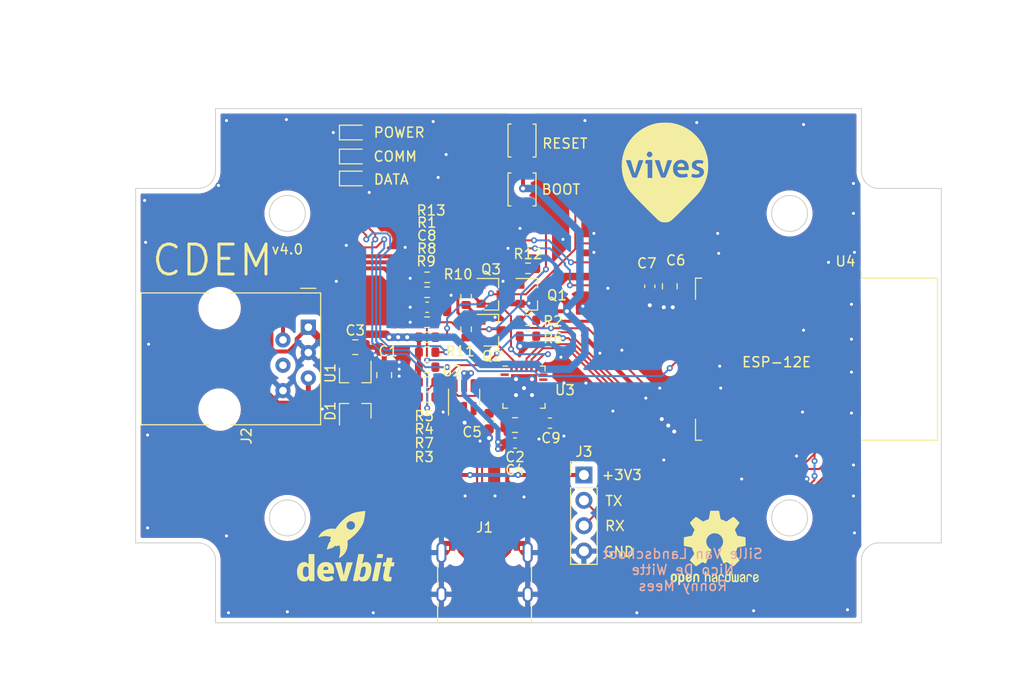
<source format=kicad_pcb>
(kicad_pcb (version 20210228) (generator pcbnew)
  (layers (0 "F.Cu" signal) (31 "B.Cu" signal) (34 "B.Paste" user) (35 "F.Paste" user) (36 "B.SilkS" user "B.Silkscreen") (37 "F.SilkS" user "F.Silkscreen") (38 "B.Mask" user) (39 "F.Mask" user) (44 "Edge.Cuts" user))
  (net 0 "")
  (net 1 "GND")
  (net 2 "Net-(C1-Pad1)")
  (net 3 "VBUS")
  (net 4 "+3V3")
  (net 5 "Net-(C5-Pad1)")
  (net 6 "/GPIO0")
  (net 7 "VCC")
  (net 8 "Net-(D3-Pad2)")
  (net 9 "Net-(D4-Pad2)")
  (net 10 "Net-(C9-Pad1)")
  (net 11 "Net-(D5-Pad2)")
  (net 12 "/LED-COMM")
  (net 15 "/USB-IN-D-")
  (net 16 "/USB-IN-D+")
  (net 19 "/SM-DATA-REQ")
  (net 21 "/SM-DATA")
  (net 22 "Net-(R3-Pad2)")
  (net 23 "Net-(R6-Pad1)")
  (net 24 "/RESET")
  (net 25 "/USB-D-")
  (net 26 "/USB-D+")
  (net 30 "/USB-TX")
  (net 31 "/USB-RX")
  (net 34 "/LED-DATA")
  (net 40 "/DTR")
  (net 44 "/SM-TX")
  (net 46 "/DATA")
  (net 50 "unconnected-(U4-Pad12)")
  (net 54 "Net-(Q2-Pad1)")
  (net 55 "/RTS")
  (net 56 "Net-(Q3-Pad1)")
  (footprint "Package_TO_SOT_SMD:SOT-23" (layer "F.Cu") (at 48.4 111 90)
    (fp_text reference "D1")
    (fp_text value "BAT54C")
  )
  (footprint "Resistor_SMD:R_0603_1608Metric" (layer "F.Cu") (at 55.6 99.1 180)
    (fp_text reference "R1")
    (fp_text value "10k")
  )
  (footprint "Package_TO_SOT_SMD:SOT-23-6" (layer "F.Cu") (at 59.3 109.6 90)
    (fp_text reference "U2")
    (fp_text value "USBLC6-2SC6")
  )
  (footprint "Resistor_SMD:R_0603_1608Metric" (layer "F.Cu") (at 55.6 106.6)
    (fp_text reference "R4")
    (fp_text value "1k")
  )
  (footprint "Package_DFN_QFN:QFN-24-1EP_4x4mm_P0.5mm_EP2.6x2.6mm" (layer "F.Cu") (at 65.3 108.6)
    (fp_text reference "U3")
    (fp_text value "CP2104")
  )
  (footprint "Capacitor_SMD:C_0603_1608Metric" (layer "F.Cu") (at 77.9 98.5 -90)
    (fp_text reference "C7")
    (fp_text value "100nF")
  )
  (footprint "Resistor_SMD:R_0603_1608Metric" (layer "F.Cu") (at 55.6 109.6)
    (fp_text reference "R3")
    (fp_text value "10k")
  )
  (footprint "Connector_USB:USB_C_Receptacle_HRO_TYPE-C-31-M-12" (layer "F.Cu") (at 61.35 128.3)
    (fp_text reference "J1")
    (fp_text value "USB_C_Receptacle_USB2.0")
  )
  (footprint "LED_SMD:LED_0603_1608Metric" (layer "F.Cu") (at 48.3 85.5)
    (fp_text reference "D4" hide)
    (fp_text value "COMM")
  )
  (footprint "LED_SMD:LED_0603_1608Metric" (layer "F.Cu") (at 48.3 83.1)
    (fp_text reference "D3" hide)
    (fp_text value "power")
  )
  (footprint "Capacitor_SMD:C_0603_1608Metric" (layer "F.Cu") (at 64.4 114.2)
    (fp_text reference "C4")
    (fp_text value "100nF")
  )
  (footprint "Connector_PinHeader_2.54mm:PinHeader_1x04_P2.54mm_Vertical" (layer "F.Cu") (at 71.3 117.4)
    (fp_text reference "J3")
    (fp_text value "Conn_01x04")
  )
  (footprint "Resistor_SMD:R_0603_1608Metric" (layer "F.Cu") (at 55.6 103.6)
    (fp_text reference "R9")
    (fp_text value "10k")
  )
  (footprint "Capacitor_SMD:C_0805_2012Metric" (layer "F.Cu") (at 51.3 107.4 90)
    (fp_text reference "C1")
    (fp_text value "10uF")
  )
  (footprint "Capacitor_SMD:C_0603_1608Metric" (layer "F.Cu") (at 55.6 100.6 180)
    (fp_text reference "C8")
    (fp_text value "100nF")
  )
  (footprint "Resistor_SMD:R_0603_1608Metric" (layer "F.Cu") (at 59.5 99.55 -90)
    (fp_text reference "R10")
    (fp_text value "10k")
  )
  (footprint "cdem:logo_devbit_8mm" (layer "F.Cu") (at 47.4 125)
    (fp_text reference "L1" hide)
    (fp_text value "logo-devbit")
  )
  (footprint "Capacitor_SMD:C_0805_2012Metric" (layer "F.Cu") (at 48.4 104.6)
    (fp_text reference "C3")
    (fp_text value "10uF")
  )
  (footprint "Resistor_SMD:R_0603_1608Metric" (layer "F.Cu") (at 55.6 108.1)
    (fp_text reference "R7")
    (fp_text value "1k")
  )
  (footprint "Resistor_SMD:R_0603_1608Metric" (layer "F.Cu") (at 65.7 96.7)
    (fp_text reference "R12")
    (fp_text value "10k")
  )
  (footprint "Capacitor_SMD:C_0603_1608Metric_Pad1.05x0.95mm_HandSolder" (layer "F.Cu") (at 67.9 112.2 180)
    (fp_text reference "C9")
    (fp_text value "4.7uF")
  )
  (footprint "Capacitor_SMD:C_0603_1608Metric" (layer "F.Cu") (at 61.8 112 -90)
    (fp_text reference "C5")
    (fp_text value "1uF")
  )
  (footprint "Resistor_SMD:R_0603_1608Metric" (layer "F.Cu") (at 65.7 101.9 180)
    (fp_text reference "R2")
    (fp_text value "10k")
  )
  (footprint "Capacitor_SMD:C_0805_2012Metric" (layer "F.Cu") (at 79.9 98.5 -90)
    (fp_text reference "C6")
    (fp_text value "10uF")
  )
  (footprint "LED_SMD:LED_0603_1608Metric" (layer "F.Cu") (at 48.3 87.7)
    (fp_text reference "D5" hide)
    (fp_text value "DATA")
  )
  (footprint "Resistor_SMD:R_0603_1608Metric" (layer "F.Cu") (at 55.6 105.1)
    (fp_text reference "R5")
    (fp_text value "1k")
  )
  (footprint "Package_TO_SOT_SMD:SOT-23" (layer "F.Cu") (at 65.9 99.3)
    (fp_text reference "Q1")
    (fp_text value "2N7002")
  )
  (footprint "Package_TO_SOT_SMD:SOT-23" (layer "F.Cu") (at 48.4 107.4 -90)
    (fp_text reference "U1")
    (fp_text value "MCP1700-3302E_SOT23")
  )
  (footprint "Package_TO_SOT_SMD:SOT-23" (layer "F.Cu") (at 62 102.9)
    (fp_text reference "Q2")
    (fp_text value "S8050")
  )
  (footprint "RF_Module:ESP-12E" (layer "F.Cu") (at 94.6 105.8 -90)
    (fp_text reference "U4")
    (fp_text value "ESP-12E")
  )
  (footprint "Package_TO_SOT_SMD:SOT-23" (layer "F.Cu") (at 62 99.3)
    (fp_text reference "Q3")
    (fp_text value "S8050")
  )
  (footprint "Capacitor_SMD:C_0805_2012Metric" (layer "F.Cu") (at 64.4 112.4)
    (fp_text reference "C2")
    (fp_text value "10uF")
  )
  (footprint "Button_Switch_SMD:SW_SPST_B3U-1000P" (layer "F.Cu") (at 65.1 83.9 -90)
    (fp_text reference "SW2" hide)
    (fp_text value "RESET")
  )
  (footprint "Symbol:OSHW-Logo2_9.8x8mm_SilkScreen" (layer "F.Cu") (at 84.4 124.7)
    (fp_text reference "REF**" hide)
    (fp_text value "OSHW-Logo2_9.8x8mm_SilkScreen" hide)
  )
  (footprint "Resistor_SMD:R_0603_1608Metric" (layer "F.Cu") (at 65.7 103.5 180)
    (fp_text reference "R6")
    (fp_text value "10k")
  )
  (footprint "Button_Switch_SMD:SW_SPST_B3U-1000P" (layer "F.Cu") (at 65.1 88.8 -90)
    (fp_text reference "SW1" hide)
    (fp_text value "BTN")
  )
  (footprint "Resistor_SMD:R_0603_1608Metric" (layer "F.Cu") (at 55.6 102.1 180)
    (fp_text reference "R8")
    (fp_text value "10k")
  )
  (footprint "cdem:logo_vives_10mm" (layer "F.Cu") (at 79.5 87)
    (fp_text reference "L2" hide)
    (fp_text value "logo-vives" hide)
  )
  (footprint "Connector_RJ:RJ12_Amphenol_54601" (layer "F.Cu") (at 43.7 102.6 -90)
    (fp_text reference "J2")
    (fp_text value "6P6C")
  )
  (footprint "Resistor_SMD:R_0603_1608Metric" (layer "F.Cu") (at 59.5 102.8 90)
    (fp_text reference "R11")
    (fp_text value "10k")
  )
  (footprint "Resistor_SMD:R_0603_1608Metric" (layer "F.Cu") (at 55.6 97.6 180)
    (fp_text reference "R13")
    (fp_text value "1M")
  )
  (gr_line (start 99.1 125.95) (end 99.1 132.2) (layer "Edge.Cuts") (width 0.1))
  (gr_circle (center 41.6 91.2) (end 43.4 91.2) (layer "Edge.Cuts") (width 0.1) (fill none))
  (gr_circle (center 41.6 121.7) (end 43.4 121.7) (layer "Edge.Cuts") (width 0.1) (fill none))
  (gr_arc (start 32.65 125.95) (end 34.4 125.95) (angle -90) (layer "Edge.Cuts") (width 0.1))
  (gr_line (start 99.1 132.2) (end 34.4 132.2) (layer "Edge.Cuts") (width 0.1))
  (gr_line (start 107.1 88.7) (end 107.1 124.2) (layer "Edge.Cuts") (width 0.1))
  (gr_line (start 34.4 132.2) (end 34.4 125.95) (layer "Edge.Cuts") (width 0.1))
  (gr_arc (start 100.85 125.95) (end 100.85 124.2) (angle -90) (layer "Edge.Cuts") (width 0.1))
  (gr_line (start 99.1 80.7) (end 99.1 86.95) (layer "Edge.Cuts") (width 0.1))
  (gr_line (start 26.4 88.7) (end 32.65 88.7) (layer "Edge.Cuts") (width 0.1))
  (gr_line (start 34.4 86.95) (end 34.4 80.7) (layer "Edge.Cuts") (width 0.1))
  (gr_arc (start 100.85 86.95) (end 99.1 86.95) (angle -90) (layer "Edge.Cuts") (width 0.1))
  (gr_line (start 34.4 80.7) (end 99.1 80.7) (layer "Edge.Cuts") (width 0.1))
  (gr_arc (start 32.65 86.95) (end 32.65 88.7) (angle -90) (layer "Edge.Cuts") (width 0.1))
  (gr_circle (center 91.9 91.2) (end 93.7 91.2) (layer "Edge.Cuts") (width 0.1) (fill none))
  (gr_line (start 100.85 88.7) (end 107.1 88.7) (layer "Edge.Cuts") (width 0.1))
  (gr_line (start 107.1 124.2) (end 100.85 124.2) (layer "Edge.Cuts") (width 0.1))
  (gr_line (start 26.4 124.2) (end 26.4 88.7) (layer "Edge.Cuts") (width 0.1))
  (gr_line (start 32.65 124.2) (end 26.4 124.2) (layer "Edge.Cuts") (width 0.1))
  (gr_circle (center 91.9 121.7) (end 93.7 121.7) (layer "Edge.Cuts") (width 0.1) (fill none))
  (gr_text "Sille Van Landschoot\nNico De Witte\nRonny Mees" (at 81.2 126.9) (layer "B.SilkS") (effects (font (size 1 1)) (justify mirror)))
  (gr_text "ESP-12E" (at 90.6 106.1) (layer "F.SilkS") (effects (font (size 1 1))))
  (gr_text "+3V3" (at 75.1 117.4) (layer "F.SilkS") (effects (font (size 1 1))))
  (gr_text "TX" (at 74.3 120) (layer "F.SilkS") (effects (font (size 1 1))))
  (gr_text "CDEM" (at 34.1 95.9) (layer "F.SilkS") (effects (font (size 3 3) (thickness 0.3))))
  (gr_text "BOOT" (at 69 88.8) (layer "F.SilkS") (effects (font (size 1 1))))
  (gr_text "RESET" (at 69.4 84.2) (layer "F.SilkS") (effects (font (size 1 1))))
  (gr_text "COMM" (at 52.4 85.5) (layer "F.SilkS") (effects (font (size 1 1))))
  (gr_text "POWER" (at 52.8 83.1) (layer "F.SilkS") (effects (font (size 1 1))))
  (gr_text "RX" (at 74.4 122.5) (layer "F.SilkS") (effects (font (size 1 1))))
  (gr_text "GND" (at 74.8 125.1) (layer "F.SilkS") (effects (font (size 1 1))))
  (gr_text "DATA" (at 52 87.8) (layer "F.SilkS") (effects (font (size 1 1))))
  (gr_text "v4.0" (at 41.6 94.8) (layer "F.SilkS") (effects (font (size 1 1))))
  (segment (start 54.775 97.6) (end 54 97.6) (width 0.4) (layer "F.Cu") (net 1))
  (segment (start 63.3625 107.85) (end 64.45 107.85) (width 0.2) (layer "F.Cu") (net 1))
  (segment (start 54.825 100.6) (end 54.825 102.05) (width 0.3) (layer "F.Cu") (net 1))
  (segment (start 64.9 104.15) (end 64.9 104.5) (width 0.5) (layer "F.Cu") (net 1))
  (segment (start 79.1 111.8) (end 78.7 111.4) (width 1) (layer "F.Cu") (net 1))
  (segment (start 61.8 112.775) (end 61.8 113.7) (width 0.5) (layer "F.Cu") (net 1))
  (segment (start 64.875 103.5) (end 64.875 104.125) (width 0.5) (layer "F.Cu") (net 1))
  (segment (start 64.45 107.85) (end 64.5 107.8) (width 0.2) (layer "F.Cu") (net 1))
  (segment (start 64.9 100.25) (end 64.95 100.2) (width 0.4) (layer "F.Cu") (net 1))
  (segment (start 80.35 113.05) (end 79.75 112.45) (width 1) (layer "F.Cu") (net 1))
  (segment (start 53.9 100.6) (end 54.825 100.6) (width 0.4) (layer "F.Cu") (net 1))
  (segment (start 79.75 112.45) (end 79.1 111.8) (width 1) (layer "F.Cu") (net 1))
  (segment (start 78.675 99.275) (end 78.85 99.45) (width 0.5) (layer "F.Cu") (net 1))
  (segment (start 80.7 113.4) (end 80.35 113.05) (width 1) (layer "F.Cu") (net 1))
  (segment (start 65.35 112.4) (end 65.35 113.45) (width 0.5) (layer "F.Cu") (net 1))
  (segment (start 65.35 112.4) (end 65.55 112.2) (width 0.5) (layer "F.Cu") (net 1))
  (segment (start 54.825 102.05) (end 54.775 102.1) (width 0.3) (layer "F.Cu") (net 1))
  (segment (start 59.3 110.7375) (end 59.3 112.3) (width 0.5) (layer "F.Cu") (net 1))
  (segment (start 65.55 112.2) (end 67.025 112.2) (width 0.5) (layer "F.Cu") (net 1))
  (segment (start 53.9 102.1) (end 54.775 102.1) (width 0.4) (layer "F.Cu") (net 1))
  (segment (start 84.1 113.4) (end 80.7 113.4) (width 1) (layer "F.Cu") (net 1))
  (segment (start 65.35 113.45) (end 65.175 113.625) (width 0.5) (layer "F.Cu") (net 1))
  (segment (start 64.875 104.125) (end 64.9 104.15) (width 0.5) (layer "F.Cu") (net 1))
  (segment (start 77.9 99.275) (end 78.675 99.275) (width 0.5) (layer "F.Cu") (net 1))
  (segment (start 78.85 99.45) (end 79.9 99.45) (width 0.5) (layer "F.Cu") (net 1))
  (segment (start 65.175 113.625) (end 65.175 114.2) (width 0.5) (layer "F.Cu") (net 1))
  (segment (start 64.95 100.2) (end 65.8 100.2) (width 0.4) (layer "F.Cu") (net 1))
  (segment (start 59.3 112.21005) (end 59.35 112.16005) (width 0.5) (layer "F.Cu") (net 1))
  (segment (start 54 97.6) (end 53.9 97.7) (width 0.4) (layer "F.Cu") (net 1))
  (via (at 77.5 109.7) (size 0.6) (drill 0.3) (layers "F.Cu" "B.Cu") (net 1))
  (via (at 92.6 115.5) (size 0.6) (drill 0.3) (layers "F.Cu" "B.Cu") (net 1))
  (via (at 71.2 100.5) (size 0.6) (drill 0.3) (layers "F.Cu" "B.Cu") (net 1))
  (via (at 80.2 100.6) (size 0.8) (drill 0.4) (layers "F.Cu" "B.Cu") (net 1))
  (via (at 93.3 102.9) (size 0.6) (drill 0.3) (layers "F.Cu" "B.Cu") (net 1))
  (via (at 79.3 115.9) (size 0.6) (drill 0.3) (layers "F.Cu" "B.Cu") (net 1))
  (via (at 98.1 100.3) (size 0.6) (drill 0.3) (layers "F.Cu" "B.Cu") (net 1))
  (via (at 75.1 104.9) (size 0.6) (drill 0.3) (layers "F.Cu" "B.Cu") (net 1))
  (via (at 66.1 109.4) (size 0.8) (drill 0.4) (layers "F.Cu" "B.Cu") (net 1))
  (via (at 97.7 130.9) (size 0.6) (drill 0.3) (layers "F.Cu" "B.Cu") (net 1))
  (via (at 64.5 107.8) (size 0.8) (drill 0.4) (layers "F.Cu" "B.Cu") (net 1))
  (via (at 60.9 114) (size 0.6) (drill 0.3) (layers "F.Cu" "B.Cu") (net 1))
  (via (at 62.4 101.6) (size 0.6) (drill 0.3) (layers "F.Cu" "B.Cu") (net 1))
  (via (at 27.6 122.7) (size 0.6) (drill 0.3) (layers "F.Cu" "B.Cu") (net 1))
  (via (at 72.3 93.2) (size 0.6) (drill 0.3) (layers "F.Cu" "B.Cu") (net 1))
  (via (at 66.1 107.8) (size 0.8) (drill 0.4) (layers "F.Cu" "B.Cu") (net 1))
  (via (at 49.8 89.1) (size 0.6) (drill 0.3) (layers "F.Cu" "B.Cu") (net 1))
  (via (at 47.5 94.4) (size 0.6) (drill 0.3) (layers "F.Cu" "B.Cu") (net 1))
  (via (at 71.5 108.2) (size 0.6) (drill 0.3) (layers "F.Cu" "B.Cu") (net 1))
  (via (at 53.9 102.1) (size 0.6) (drill 0.3) (layers "F.Cu" "B.Cu") (net 1))
  (via (at 57.5 85.3) (size 0.6) (drill 0.3) (layers "F.Cu" "B.Cu") (net 1))
  (via (at 65.3 119.6) (size 0.6) (drill 0.3) (layers "F.Cu" "B.Cu") (net 1))
  (via (at 59.4 119.5) (size 0.6) (drill 0.3) (layers "F.Cu" "B.Cu") (net 1))
  (via (at 41.5 81.8) (size 0.6) (drill 0.3) (layers "F.Cu" "B.Cu") (net 1))
  (via (at 56.2 82) (size 0.6) (drill 0.3) (layers "F.Cu" "B.Cu") (net 1))
  (via (at 82.6 82.1) (size 0.6) (drill 0.3) (layers "F.Cu" "B.Cu") (net 1))
  (via (at 73.7 98.7) (size 0.6) (drill 0.3) (layers "F.Cu" "B.Cu") (net 1))
  (via (at 63.2 98) (size 0.6) (drill 0.3) (layers "F.Cu" "B.Cu") (net 1))
  (via (at 84.9 106.5) (size 0.6) (drill 0.3) (layers "F.Cu" "B.Cu") (net 1))
  (via (at 34.7 88.4) (size 0.6) (drill 0.3) (layers "F.Cu" "B.Cu") (net 1))
  (via (at 69.3 108.2) (size 0.6) (drill 0.3) (layers "F.Cu" "B.Cu") (net 1))
  (via (at 66.8 113.8) (size 0.6) (drill 0.3) (layers "F.Cu" "B.Cu") (net 1))
  (via (at 64.9 104.5) (size 0.8) (drill 0.4) (layers "F.Cu" "B.Cu") (net 1))
  (via (at 69.3 113.5) (size 0.6) (drill 0.3) (layers "F.Cu" "B.Cu") (net 1))
  (via (at 77.9 100.4) (size 0.8) (drill 0.4) (layers "F.Cu" "B.Cu") (net 1))
  (via (at 80.35 113.05) (size 0.8) (drill 0.4) (layers "F.Cu" "B.Cu") (net 1))
  (via (at 53.9 100.6) (size 0.6) (drill 0.3) (layers "F.Cu" "B.Cu") (net 1))
  (via (at 98.3 119.5) (size 0.6) (drill 0.3) (layers "F.Cu" "B.Cu") (net 1))
  (via (at 53.4 94.6) (size 0.6) (drill 0.3) (layers "F.Cu" "B.Cu") (net 1))
  (via (at 69 105.6) (size 0.6) (drill 0.3) (layers "F.Cu" "B.Cu") (net 1))
  (via (at 84.8 95.2) (size 0.6) (drill 0.3) (layers "F.Cu" "B.Cu") (net 1))
  (via (at 93.6 117.8) (size 0.6) (drill 0.3) (layers "F.Cu" "B.Cu") (net 1))
  (via (at 56.7 87.6) (size 0.6) (drill 0.3) (layers "F.Cu" "B.Cu") (net 1))
  (via (at 64.9 92.7) (size 0.6) (drill 0.3) (layers "F.Cu" "B.Cu") (net 1))
  (via (at 76.6 131.2) (size 0.6) (drill 0.3) (layers "F.Cu" "B.Cu") (net 1))
  (via (at 64.5 109.4) (size 0.8) (drill 0.4) (layers "F.Cu" "B.Cu") (net 1))
  (via (at 98.3 91.2) (size 0.6) (drill 0.3) (layers "F.Cu" "B.Cu") (net 1))
  (via (at 62.4 119.5) (size 0.6) (drill 0.3) (layers "F.Cu" "B.Cu") (net 1))
  (via (at 71.4 81.9) (size 0.6) (drill 0.3) (layers "F.Cu" "B.Cu") (net 1))
  (via (at 79.3 100.6) (size 0.8) (drill 0.4) (layers "F.Cu" "B.Cu") (net 1))
  (via (at 35.7 131.2) (size 0.6) (drill 0.3) (layers "F.Cu" "B.Cu") (net 1))
  (via (at 98.1 103.8) (size 0.6) (drill 0.3) (layers "F.Cu" "B.Cu") (net 1))
  (via (at 27.4 94.1) (size 0.6) (drill 0.3) (layers "F.Cu" "B.Cu") (net 1))
  (via (at 78.9 108.7) (size 0.6) (drill 0.3) (layers "F.Cu" "B.Cu") (net 1))
  (via (at 57.2 111.1) (size 0.6) (drill 0.3) (layers "F.Cu" "B.Cu") (net 1))
  (via (at 27.3 89.9) (size 0.6) (drill 0.3) (layers "F.Cu" "B.Cu") (net 1))
  (via (at 46.5 98) (size 0.6) (drill 0.3) (layers "F.Cu" "B.Cu") (net 1))
  (via (at 93.3 82.3) (size 0.6) (drill 0.3) (layers "F.Cu" "B.Cu") (net 1))
  (via (at 27.6 113.4) (size 0.6) (drill 0.3) (layers "F.Cu" "B.Cu") (net 1))
  (via (at 79.1 111.8) (size 0.8) (drill 0.4) (layers "F.Cu" "B.Cu") (net 1))
  (via (at 79.75 112.45) (size 0.8) (drill 0.4) (layers "F.Cu" "B.Cu") (net 1))
  (via (at 52.8 106.79998) (size 0.6) (drill 0.3) (layers "F.Cu" "B.Cu") (net 1))
  (via (at 50.4 105.4) (size 0.6) (drill 0.3) (layers "F.Cu" "B.Cu") (net 1))
  (via (at 58 99.4) (size 0.6) (drill 0.3) (layers "F.Cu" "B.Cu") (net 1))
  (via (at 98.1 111.2) (size 0.6) (drill 0.3) (layers "F.Cu" "B.Cu") (net 1))
  (via (at 74.2 111) (size 0.6) (drill 0.3) (layers "F.Cu" "B.Cu") (net 1))
  (via (at 65.3 108.7) (size 0.8) (drill 0.4) (layers "F.Cu" "B.Cu") (net 1))
  (via (at 85 108.7) (size 0.6) (drill 0.3) (layers "F.Cu" "B.Cu") (net 1))
  (via (at 46.2 83.1) (size 0.6) (drill 0.3) (layers "F.Cu" "B.Cu") (net 1))
  (via (at 41.6 131.1) (size 0.6) (drill 0.3) (layers "F.Cu" "B.Cu") (net 1))
  (via (at 59.35 112.16005) (size 0.8) (drill 0.4) (layers "F.Cu" "B.Cu") (net 1))
  (via (at 35.5 81.9) (size 0.6) (drill 0.3) (layers "F.Cu" "B.Cu") (net 1))
  (via (at 88.3 131) (size 0.6) (drill 0.3) (layers "F.Cu" "B.Cu") (net 1))
  (via (at 98.1 107.1) (size 0.6) (drill 0.3) (layers "F.Cu" "B.Cu") (net 1))
  (via (at 98.3 88.2) (size 0.6) (drill 0.3) (layers "F.Cu" "B.Cu") (net 1))
  (via (at 72.3 95.1) (size 0.6) (drill 0.3) (layers "F.Cu" "B.Cu") (net 1))
  (via (at 52.8 107.49998) (size 0.6) (drill 0.3) (layers "F.Cu" "B.Cu") (net 1))
  (via (at 50.2 131.2) (size 0.6) (drill 0.3) (layers "F.Cu" "B.Cu") (net 1))
  (via (at 45.1 110.8) (size 0.6) (drill 0.3) (layers "F.Cu" "B.Cu") (net 1))
  (via (at 98.4 123.2) (size 0.6) (drill 0.3) (layers "F.Cu" "B.Cu") (net 1))
  (via (at 69.2 93.8) (size 0.6) (drill 0.3) (layers "F.Cu" "B.Cu") (net 1))
  (via (at 84.7 93.2) (size 0.6) (drill 0.3) (layers "F.Cu" "B.Cu") (net 1))
  (via (at 53.9 97.7) (size 0.6) (drill 0.3) (layers "F.Cu" "B.Cu") (net 1))
  (via (at 35.5 123.5) (size 0.6) (drill 0.3) (layers "F.Cu" "B.Cu") (net 1))
  (via (at 27.7 104.3) (size 0.6) (drill 0.3) (layers "F.Cu" "B.Cu") (net 1))
  (via (at 93.2 111.1) (size 0.6) (drill 0.3) (layers "F.Cu" "B.Cu") (net 1))
  (via (at 72.9 105.2) (size 0.6) (drill 0.3) (layers "F.Cu" "B.Cu") (net 1))
  (via (at 52.8 106.1) (size 0.6) (drill 0.3) (layers "F.Cu" "B.Cu") (net 1))
  (via (at 65.8 100.2) (size 0.6) (drill 0.3) (layers "F.Cu" "B.Cu") (net 1))
  (via (at 95.8 96.1) (size 0.6) (drill 0.3) (layers "F.Cu" "B.Cu") (net 1))
  (via (at 63.7 94.7) (size 0.6) (drill 0.3) (layers "F.Cu" "B.Cu") (net 1))
  (via (at 87.1 117.8) (size 0.6) (drill 0.3) (layers "F.Cu" "B.Cu") (net 1))
  (via (at 98.4 95.1) (size 0.6) (drill 0.3) (layers "F.Cu" "B.Cu") (net 1))
  (via (at 61.8 113.7) (size 0.8) (drill 0.4) (layers "F.Cu" "B.Cu") (net 1))
  (via (at 98.3 116.4) (size 0.6) (drill 0.3) (layers "F.Cu" "B.Cu") (net 1))
  (segment (start 48.4 108.4) (end 48.4 110) (width 0.75) (layer "F.Cu") (net 2))
  (segment (start 48.4 108.4) (end 51.25 108.4) (width 0.75) (layer "F.Cu") (net 2))
  (segment (start 51.25 108.4) (end 51.3 108.35) (width 0.75) (layer "F.Cu") (net 2))
  (segment (start 59.3 108.4625) (end 59.3 107.2) (width 0.5) (layer "F.Cu") (net 3))
  (segment (start 58.9 124.255) (end 58.9 125.066998) (width 0.4) (layer "F.Cu") (net 3))
  (segment (start 63.625 115.875) (end 63.625 118.025) (width 0.4) (layer "F.Cu") (net 3))
  (segment (start 64.05 110.5375) (end 63.5 111.0875) (width 0.4) (layer "F.Cu") (net 3))
  (segment (start 63.7 114.125) (end 63.625 114.2) (width 0.4) (layer "F.Cu") (net 3))
  (segment (start 63.625 118.025) (end 63.8 118.2) (width 0.4) (layer "F.Cu") (net 3))
  (segment (start 62.766998 126.1) (end 63.8 125.066998) (width 0.4) (layer "F.Cu") (net 3))
  (segment (start 62.7 114.1) (end 63.525 114.1) (width 0.5) (layer "F.Cu") (net 3))
  (segment (start 63.45 112.4) (end 63.45 113.25) (width 0.4) (layer "F.Cu") (net 3))
  (segment (start 58.9 122.2) (end 58.9 124.255) (width 0.5) (layer "F.Cu") (net 3))
  (segment (start 59.933002 126.1) (end 62.766998 126.1) (width 0.4) (layer "F.Cu") (net 3))
  (segment (start 49.6 112) (end 58.9 121.3) (width 0.75) (layer "F.Cu") (net 3))
  (segment (start 49.35 112) (end 49.6 112) (width 0.75) (layer "F.Cu") (net 3))
  (segment (start 64.05 110.5375) (end 64.55 110.5375) (width 0.3) (layer "F.Cu") (net 3))
  (segment (start 62.7 114.8) (end 63.025 114.8) (width 0.5) (layer "F.Cu") (net 3))
  (segment (start 63.5 112.35) (end 63.45 112.4) (width 0.4) (layer "F.Cu") (net 3))
  (segment (start 63.625 115.175) (end 63.625 115.875) (width 0.4) (layer "F.Cu") (net 3))
  (segment (start 63.45 113.25) (end 63.7 113.5) (width 0.4) (layer "F.Cu") (net 3))
  (segment (start 63.525 114.1) (end 63.625 114.2) (width 0.5) (layer "F.Cu") (net 3))
  (segment (start 60 107.2) (end 59.3 107.9) (width 0.5) (layer "F.Cu") (net 3))
  (segment (start 63.7 113.5) (end 63.7 114.125) (width 0.4) (layer "F.Cu") (net 3))
  (segment (start 58.9 121.3) (end 58.9 123) (width 0.75) (layer "F.Cu") (net 3))
  (segment (start 63.025 114.8) (end 63.625 114.2) (width 0.5) (layer "F.Cu") (net 3))
  (segment (start 59.3 107.2) (end 60 107.2) (width 0.5) (layer "F.Cu") (net 3))
  (segment (start 63.8 125.066998) (end 63.8 124.255) (width 0.4) (layer "F.Cu") (net 3))
  (segment (start 63.625 114.2) (end 63.625 115.175) (width 0.4) (layer "F.Cu") (net 3))
  (segment (start 58.9 125.066998) (end 59.933002 126.1) (width 0.4) (layer "F.Cu") (net 3))
  (segment (start 63.8 118.2) (end 63.8 124.255) (width 0.4) (layer "F.Cu") (net 3))
  (segment (start 59.3 107.9) (end 59.3 108.4625) (width 0.5) (layer "F.Cu") (net 3))
  (segment (start 63.5 111.0875) (end 63.5 112.35) (width 0.4) (layer "F.Cu") (net 3))
  (via (at 62.7 114.8) (size 0.6) (drill 0.3) (layers "F.Cu" "B.Cu") (net 3))
  (via (at 62.7 114.1) (size 0.6) (drill 0.3) (layers "F.Cu" "B.Cu") (net 3))
  (via (at 60 107.2) (size 0.6) (drill 0.3) (layers "F.Cu" "B.Cu") (net 3))
  (via (at 59.3 107.2) (size 0.6) (drill 0.3) (layers "F.Cu" "B.Cu") (net 3))
  (segment (start 60 107.2) (end 59.3 107.2) (width 0.5) (layer "B.Cu") (net 3))
  (segment (start 59.3 107.2) (end 59.3 108) (width 0.5) (layer "B.Cu") (net 3))
  (segment (start 60 107.2) (end 59.3 107.9) (width 0.5) (layer "B.Cu") (net 3))
  (segment (start 59.3 108) (end 59.3 109.4) (width 0.5) (layer "B.Cu") (net 3))
  (segment (start 59.3 107.9) (end 59.3 108) (width 0.5) (layer "B.Cu") (net 3))
  (segment (start 59.3 109.4) (end 62.7 112.8) (width 0.5) (layer "B.Cu") (net 3))
  (segment (start 62.7 112.8) (end 62.7 114.8) (width 0.5) (layer "B.Cu") (net 3))
  (segment (start 58.3 117.4) (end 54.775 113.875) (width 0.4) (layer "F.Cu") (net 4))
  (segment (start 69.6 100.1) (end 68.6 99.1) (width 0.75) (layer "F.Cu") (net 4))
  (segment (start 47.45 103.85) (end 48.00002 103.29998) (width 0.75) (layer "F.Cu") (net 4))
  (segment (start 66.525 101.9) (end 66.6 101.9) (width 0.4) (layer "F.Cu") (net 4))
  (segment (start 79.9 97.55) (end 81.25 97.55) (width 0.75) (layer "F.Cu") (net 4))
  (segment (start 54.775 103.6) (end 54.925 103.6) (width 0.5) (layer "F.Cu") (net 4))
  (segment (start 47.45 106.4) (end 47.45 104.6) (width 0.75) (layer "F.Cu") (net 4))
  (segment (start 65.2 88.7) (end 65.2 87.2) (width 0.4) (layer "F.Cu") (net 4))
  (segment (start 81.25 97.55) (end 81.9 98.2) (width 0.75) (layer "F.Cu") (net 4))
  (segment (start 65.2 87.2) (end 65.1 87.1) (width 0.4) (layer "F.Cu") (net 4))
  (segment (start 59.9 117.4) (end 58.3 117.4) (width 0.4) (layer "F.Cu") (net 4))
  (segment (start 67.5 101) (end 69.6 101) (width 0.4) (layer "F.Cu") (net 4))
  (segment (start 64.7 117.4) (end 71.3 117.4) (width 0.4) (layer "F.Cu") (net 4))
  (segment (start 69.6 101) (end 69.6 100.1) (width 0.75) (layer "F.Cu") (net 4))
  (segment (start 54.775 103.6) (end 54.775 109.6) (width 0.4) (layer "F.Cu") (net 4))
  (segment (start 47.45 104.6) (end 47.45 103.85) (width 0.75) (layer "F.Cu") (net 4))
  (segment (start 81.9 98.2) (end 84.1 98.2) (width 0.75) (layer "F.Cu") (net 4))
  (segment (start 77.9 97.725) (end 78.675 97.725) (width 0.75) (layer "F.Cu") (net 4))
  (segment (start 51.8 103.6) (end 53.6 103.6) (width 0.75) (layer "F.Cu") (net 4))
  (segment (start 77.699999 97.524999) (end 69.479999 97.524999) (width 0.75) (layer "F.Cu") (net 4))
  (segment (start 78.85 97.55) (end 79.9 97.55) (width 0.75) (layer "F.Cu") (net 4))
  (segment (start 66.6 101.9) (end 67.5 101) (width 0.4) (layer "F.Cu") (net 4))
  (segment (start 54.775 113.875) (end 54.775 109.6) (width 0.4) (layer "F.Cu") (net 4))
  (segment (start 48.00002 103.29998) (end 51.49998 103.29998) (width 0.75) (layer "F.Cu") (net 4))
  (segment (start 51.49998 103.29998) (end 51.8 103.6) (width 0.75) (layer "F.Cu") (net 4))
  (segment (start 78.675 97.725) (end 78.85 97.55) (width 0.75) (layer "F.Cu") (net 4))
  (segment (start 69.479999 97.524999) (end 68.6 98.404998) (width 0.75) (layer "F.Cu") (net 4))
  (segment (start 77.9 97.725) (end 77.699999 97.524999) (width 0.75) (layer "F.Cu") (net 4))
  (segment (start 54.775 103.6) (end 51.8 103.6) (width 0.5) (layer "F.Cu") (net 4))
  (segment (start 68.6 98.404998) (end 68.6 99.1) (width 0.75) (layer "F.Cu") (net 4))
  (via (at 69.6 101) (size 0.8) (drill 0.4) (layers "F.Cu" "B.Cu") (net 4))
  (via (at 59.9 117.4) (size 0.6) (drill 0.3) (layers "F.Cu" "B.Cu") (net 4))
  (via (at 65.2 88.7) (size 0.8) (drill 0.4) (layers "F.Cu" "B.Cu") (net 4))
  (via (at 64.7 117.4) (size 0.6) (drill 0.3) (layers "F.Cu" "B.Cu") (net 4))
  (via (at 52.7 103.6) (size 0.8) (drill 0.4) (layers "F.Cu" "B.Cu") (net 4))
  (via (at 51.8 103.6) (size 0.8) (drill 0.4) (layers "F.Cu" "B.Cu") (net 4))
  (via (at 53.6 103.6) (size 0.8) (drill 0.4) (layers "F.Cu" "B.Cu") (net 4))
  (segment (start 51.8 103.6) (end 58.3 103.6) (width 0.75) (layer "B.Cu") (net 4))
  (segment (start 69.9 106.8) (end 71.4 105.3) (width 0.75) (layer "B.Cu") (net 4))
  (segment (start 66.615601 106.324991) (end 67.09061 106.8) (width 0.75) (layer "B.Cu") (net 4))
  (segment (start 58.3 103.6) (end 61.02499 106.32499) (width 0.75) (layer "B.Cu") (net 4))
  (segment (start 71.4 105.3) (end 71.4 102.9) (width 0.75) (layer "B.Cu") (net 4))
  (segment (start 69.6 101.1) (end 69.6 100.7) (width 0.75) (layer "B.Cu") (net 4))
  (segment (start 70.9 99.4) (end 70.9 93.1) (width 0.75) (layer "B.Cu") (net 4))
  (segment (start 69.6 100.7) (end 70.9 99.4) (width 0.75) (layer "B.Cu") (net 4))
  (segment (start 70.9 93.1) (end 66.5 88.7) (width 0.75) (layer "B.Cu") (net 4))
  (segment (start 67.09061 106.8) (end 69.9 106.8) (width 0.75) (layer "B.Cu") (net 4))
  (segment (start 71.4 102.9) (end 69.6 101.1) (width 0.75) (layer "B.Cu") (net 4))
  (segment (start 61.02499 106.32499) (end 66.615601 106.324991) (width 0.75) (layer "B.Cu") (net 4))
  (segment (start 66.5 88.7) (end 65.2 88.7) (width 0.75) (layer "B.Cu") (net 4))
  (segment (start 59.9 117.4) (end 64.7 117.4) (width 0.4) (layer "B.Cu") (net 4))
  (segment (start 61.8 111.225) (end 61.9875 111.225) (width 0.4) (layer "F.Cu") (net 5))
  (segment (start 63.3625 109.35) (end 63.3625 109.85) (width 0.3) (layer "F.Cu") (net 5))
  (segment (start 61.9875 111.225) (end 63.3625 109.85) (width 0.4) (layer "F.Cu") (net 5))
  (segment (start 90.1 113.4) (end 90.1 113.22572) (width 0.2) (layer "F.Cu") (net 6))
  (segment (start 71.697082 102.7) (end 68 102.7) (width 0.2) (layer "F.Cu") (net 6))
  (segment (start 67.5 96.291472) (end 67.495736 96.295736) (width 0.2) (layer "F.Cu") (net 6))
  (segment (start 58.05 102.1) (end 56.425 102.1) (width 0.2) (layer "F.Cu") (net 6))
  (segment (start 61.8 102.8) (end 58.75 102.8) (width 0.2) (layer "F.Cu") (net 6))
  (segment (start 67.5 92.9) (end 67.5 95.8) (width 0.2) (layer "F.Cu") (net 6))
  (segment (start 58.75 102.8) (end 58.05 102.1) (width 0.2) (layer "F.Cu") (net 6))
  (segment (start 56.375 100.6) (end 56.375 102.05) (width 0.2) (layer "F.Cu") (net 6))
  (segment (start 56.375 102.05) (end 56.425 102.1) (width 0.2) (layer "F.Cu") (net 6))
  (segment (start 67.495736 95.804264) (end 67.5 95.8) (width 0.2) (layer "F.Cu") (net 6))
  (segment (start 86.47429 109.60001) (end 78.597092 109.60001) (width 0.2) (layer "F.Cu") (net 6))
  (segment (start 63 102.8) (end 61.8 102.8) (width 0.2) (layer "F.Cu") (net 6))
  (segment (start 90.1 113.22572) (end 86.47429 109.60001) (width 0.2) (layer "F.Cu") (net 6))
  (segment (start 67.5 95.8) (end 67.5 96.291472) (width 0.2) (layer "F.Cu") (net 6))
  (segment (start 67.495736 96.8) (end 67.495736 95.804264) (width 0.2) (layer "F.Cu") (net 6))
  (segment (start 78.597092 109.60001) (end 71.697082 102.7) (width 0.2) (layer "F.Cu") (net 6))
  (segment (start 65.1 90.5) (end 67.5 92.9) (width 0.2) (layer "F.Cu") (net 6))
  (via (at 67.495736 96.8) (size 0.6) (drill 0.3) (layers "F.Cu" "B.Cu") (net 6))
  (via (at 61.8 102.8) (size 0.6) (drill 0.3) (layers "F.Cu" "B.Cu") (net 6))
  (via (at 68 102.7) (size 0.6) (drill 0.3) (layers "F.Cu" "B.Cu") (net 6))
  (segment (start 65 99.3) (end 65 100.2) (width 0.2) (layer "B.Cu") (net 6))
  (segment (start 62.5 102.7) (end 61.9 102.7) (width 0.2) (layer "B.Cu") (net 6))
  (segment (start 67.495736 96.804264) (end 65 99.3) (width 0.2) (layer "B.Cu") (net 6))
  (segment (start 66.5 97.795736) (end 67.495736 96.8) (width 0.2) (layer "B.Cu") (net 6))
  (segment (start 65 100.2) (end 62.5 102.7) (width 0.2) (layer "B.Cu") (net 6))
  (segment (start 66.9 102.7) (end 64.7 100.5) (width 0.2) (layer "B.Cu") (net 6))
  (segment (start 67.495736 96.8) (end 67.495736 96.804264) (width 0.2) (layer "B.Cu") (net 6))
  (segment (start 68 102.7) (end 66.9 102.7) (width 0.2) (layer "B.Cu") (net 6))
  (segment (start 61.9 102.7) (end 61.8 102.8) (width 0.2) (layer "B.Cu") (net 6))
  (segment (start 56.8 96.1) (end 57.4 96.7) (width 0.4) (layer "F.Cu") (net 7))
  (segment (start 39.999999 99.951459) (end 43.851458 96.1) (width 0.4) (layer "F.Cu") (net 7))
  (segment (start 42.539999 104.206803) (end 41.716801 105.030001) (width 0.4) (layer "F.Cu") (net 7))
  (segment (start 55 96.1) (end 56.8 96.1) (width 0.4) (layer "F.Cu") (net 7))
  (segment (start 57.4 96.7) (end 64.875 96.7) (width 0.4) (layer "F.Cu") (net 7))
  (segment (start 43.851458 96.1) (end 55 96.1) (width 0.4) (layer "F.Cu") (net 7))
  (segment (start 45.975011 110.525011) (end 45.975011 104.875011) (width 0.75) (layer "F.Cu") (net 7))
  (segment (start 55.57501 96.67501) (end 55 96.1) (width 0.4) (layer "F.Cu") (net 7))
  (segment (start 40.330001 105.030001) (end 39.999999 104.699999) (width 0.4) (layer "F.Cu") (net 7))
  (segment (start 39.999999 104.699999) (end 39.999999 99.951459) (width 0.4) (layer "F.Cu") (net 7))
  (segment (start 47.45 112) (end 45.975011 110.525011) (width 0.75) (layer "F.Cu") (net 7))
  (segment (start 41.716801 105.030001) (end 40.330001 105.030001) (width 0.4) (layer "F.Cu") (net 7))
  (segment (start 56.025001 99.1) (end 55.57501 98.650009) (width 0.4) (layer "F.Cu") (net 7))
  (segment (start 56.425 99.1) (end 56.025001 99.1) (width 0.4) (layer "F.Cu") (net 7))
  (segment (start 45.975011 104.875011) (end 43.7 102.6) (width 0.75) (layer "F.Cu") (net 7))
  (segment (start 55.57501 98.650009) (end 55.57501 96.67501) (width 0.4) (layer "F.Cu") (net 7))
  (segment (start 43.7 102.6) (end 42.539999 103.760001) (width 0.4) (layer "F.Cu") (net 7))
  (segment (start 42.539999 103.760001) (end 42.539999 104.206803) (width 0.4) (layer "F.Cu") (net 7))
  (segment (start 48.5 93.9) (end 49.2 94.6) (width 0.2) (layer "F.Cu") (net 8))
  (segment (start 50.5 94.6) (end 51.3 93.8) (width 0.2) (layer "F.Cu") (net 8))
  (segment (start 56.425 106.6) (end 57.6 106.6) (width 0.2) (layer "F.Cu") (net 8))
  (segment (start 49.2 94.6) (end 50.5 94.6) (width 0.2) (layer "F.Cu") (net 8))
  (segment (start 49.0875 83.1) (end 47.46251 84.72499) (width 0.2) (layer "F.Cu") (net 8))
  (segment (start 46 91.4) (end 48.5 93.9) (width 0.2) (layer "F.Cu") (net 8))
  (segment (start 47.46251 84.72499) (end 46.57501 84.72499) (width 0.2) (layer "F.Cu") (net 8))
  (segment (start 46.57501 84.72499) (end 46 85.3) (width 0.2) (layer "F.Cu") (net 8))
  (segment (start 46 85.3) (end 46 91.4) (width 0.2) (layer "F.Cu") (net 8))
  (via (at 51.3 93.8) (size 0.6) (drill 0.3) (layers "F.Cu" "B.Cu") (net 8))
  (via (at 57.6 106.6) (size 0.6) (drill 0.3) (layers "F.Cu" "B.Cu") (net 8))
  (segment (start 55.411998 106.6) (end 53.711998 104.9) (width 0.2) (layer "B.Cu") (net 8))
  (segment (start 50.5 104) (end 50.5 95.5) (width 0.2) (layer "B.Cu") (net 8))
  (segment (start 51.3 94.7) (end 51.3 93.9) (width 0.2) (layer "B.Cu") (net 8))
  (segment (start 53.711998 104.9) (end 51.4 104.9) (width 0.2) (layer "B.Cu") (net 8))
  (segment (start 51.4 104.9) (end 50.5 104) (width 0.2) (layer "B.Cu") (net 8))
  (segment (start 57.6 106.6) (end 55.411998 106.6) (width 0.2) (layer "B.Cu") (net 8))
  (segment (start 50.5 95.5) (end 51.3 94.7) (width 0.2) (layer "B.Cu") (net 8))
  (segment (start 49.5 93.4) (end 49.5 93.8) (width 0.2) (layer "F.Cu") (net 9))
  (segment (start 46.77501 86.92499) (end 46.5 87.2) (width 0.2) (layer "F.Cu") (net 9))
  (segment (start 46.5 87.2) (end 46.5 90.4) (width 0.2) (layer "F.Cu") (net 9))
  (segment (start 56.425 105.1) (end 57.5 105.1) (width 0.2) (layer "F.Cu") (net 9))
  (segment (start 49.0875 85.5) (end 47.66251 86.92499) (width 0.2) (layer "F.Cu") (net 9))
  (segment (start 46.5 90.4) (end 49.5 93.4) (width 0.2) (layer "F.Cu") (net 9))
  (segment (start 47.66251 86.92499) (end 46.77501 86.92499) (width 0.2) (layer "F.Cu") (net 9))
  (via (at 57.5 105.1) (size 0.6) (drill 0.3) (layers "F.Cu" "B.Cu") (net 9))
  (via (at 49.5 93.8) (size 0.6) (drill 0.3) (layers "F.Cu" "B.Cu") (net 9))
  (segment (start 51.588006 93.199989) (end 50.100011 93.199989) (width 0.2) (layer "B.Cu") (net 9))
  (segment (start 51.9 94.7) (end 51.9 93.511983) (width 0.2) (layer "B.Cu") (net 9))
  (segment (start 56.9 104.5) (end 51.663983 104.5) (width 0.2) (layer "B.Cu") (net 9))
  (segment (start 50.9 95.7) (end 51.9 94.7) (width 0.2) (layer "B.Cu") (net 9))
  (segment (start 57.5 105.1) (end 56.9 104.5) (width 0.2) (layer "B.Cu") (net 9))
  (segment (start 50.100011 93.199989) (end 49.5 93.8) (width 0.2) (layer "B.Cu") (net 9))
  (segment (start 51.663983 104.5) (end 50.9 103.736017) (width 0.2) (layer "B.Cu") (net 9))
  (segment (start 51.9 93.511983) (end 51.588006 93.199989) (width 0.2) (layer "B.Cu") (net 9))
  (segment (start 50.9 103.736017) (end 50.9 95.7) (width 0.2) (layer "B.Cu") (net 9))
  (segment (start 68.775 109.175) (end 68.775 112.2) (width 0.3) (layer "F.Cu") (net 10))
  (segment (start 67.95 108.35) (end 68.775 109.175) (width 0.3) (layer "F.Cu") (net 10))
  (segment (start 67.2375 108.35) (end 67.95 108.35) (width 0.3) (layer "F.Cu") (net 10))
  (segment (start 50.4 93.3) (end 49.0875 91.9875) (width 0.2) (layer "F.Cu") (net 11))
  (segment (start 50.4 93.8) (end 50.4 93.3) (width 0.2) (layer "F.Cu") (net 11))
  (segment (start 49.0875 91.9875) (end 49.0875 87.7) (width 0.2) (layer "F.Cu") (net 11))
  (segment (start 56.425 108.1) (end 55.6 108.925) (width 0.2) (layer "F.Cu") (net 11))
  (segment (start 55.6 108.925) (end 55.6 110.7) (width 0.2) (layer "F.Cu") (net 11))
  (via (at 55.6 110.7) (size 0.6) (drill 0.3) (layers "F.Cu" "B.Cu") (net 11))
  (via (at 50.4 93.8) (size 0.6) (drill 0.3) (layers "F.Cu" "B.Cu") (net 11))
  (segment (start 50.09998 104.165693) (end 50.09998 94.10002) (width 0.2) (layer "B.Cu") (net 11))
  (segment (start 51.234307 105.30002) (end 50.09998 104.165693) (width 0.2) (layer "B.Cu") (net 11))
  (segment (start 53.546304 105.30002) (end 51.234307 105.30002) (width 0.2) (layer "B.Cu") (net 11))
  (segment (start 55.6 110.7) (end 55.6 107.353716) (width 0.2) (layer "B.Cu") (net 11))
  (segment (start 55.6 107.353716) (end 53.546304 105.30002) (width 0.2) (layer "B.Cu") (net 11))
  (segment (start 50.09998 94.10002) (end 50.4 93.8) (width 0.2) (layer "B.Cu") (net 11))
  (segment (start 94.90001 96.82573) (end 94.17428 96.1) (width 0.2) (layer "F.Cu") (net 12))
  (segment (start 94.17428 96.1) (end 70 96.1) (width 0.2) (layer "F.Cu") (net 12))
  (segment (start 94.1 113.4) (end 94.1 101.565699) (width 0.2) (layer "F.Cu") (net 12))
  (segment (start 48.28751 84.72499) (end 55.42499 84.72499) (width 0.2) (layer "F.Cu") (net 12))
  (segment (start 56.4 85.7) (end 64.6 93.9) (width 0.2) (layer "F.Cu") (net 12))
  (segment (start 55.42499 84.72499) (end 56.4 85.7) (width 0.2) (layer "F.Cu") (net 12))
  (segment (start 64.6 93.9) (end 66.3 93.9) (width 0.2) (layer "F.Cu") (net 12))
  (segment (start 94.90001 100.765689) (end 94.90001 96.82573) (width 0.2) (layer "F.Cu") (net 12))
  (segment (start 94.1 101.565699) (end 94.90001 100.765689) (width 0.2) (layer "F.Cu") (net 12))
  (segment (start 47.5125 85.5) (end 48.28751 84.72499) (width 0.2) (layer "F.Cu") (net 12))
  (via (at 66.3 93.9) (size 0.6) (drill 0.3) (layers "F.Cu" "B.Cu") (net 12))
  (via (at 70 96.1) (size 0.6) (drill 0.3) (layers "F.Cu" "B.Cu") (net 12))
  (segment (start 66.3 93.9) (end 67.8 93.9) (width 0.2) (layer "B.Cu") (net 12))
  (segment (start 67.8 93.9) (end 70 96.1) (width 0.2) (layer "B.Cu") (net 12))
  (segment (start 61.360002 125.5) (end 61.6 125.260002) (width 0.2) (layer "F.Cu") (net 15))
  (segment (start 58.35 112.65) (end 59.1 113.4) (width 0.2) (layer "F.Cu") (net 15))
  (segment (start 60.6 116.5) (end 60.6 119.4) (width 0.2) (layer "F.Cu") (net 15))
  (segment (start 60.6 124.255) (end 60.6 125.3) (width 0.2) (layer "F.Cu") (net 15))
  (segment (start 60.6 116.5) (end 60.6 124.255) (width 0.2) (layer "F.Cu") (net 15))
  (segment (start 60.6 125.3) (end 60.8 125.5) (width 0.2) (layer "F.Cu") (net 15))
  (segment (start 60.8 125.5) (end 61.360002 125.5) (width 0.2) (layer "F.Cu") (net 15))
  (segment (start 59.1 113.4) (end 59.1 115) (width 0.2) (layer "F.Cu") (net 15))
  (segment (start 61.6 124.255) (end 61.6 125.260002) (width 0.2) (layer "F.Cu") (net 15))
  (segment (start 58.35 110.7375) (end 58.35 112.65) (width 0.2) (layer "F.Cu") (net 15))
  (segment (start 59.1 115) (end 60.6 116.5) (width 0.2) (layer "F.Cu") (net 15))
  (segment (start 60.25 112.65002) (end 59.55001 113.35001) (width 0.2) (layer "F.Cu") (net 16))
  (segment (start 62.1 123.1) (end 61.1 122.1) (width 0.2) (layer "F.Cu") (net 16))
  (segment (start 61.1 122.1) (end 61.1 124.255) (width 0.2) (layer "F.Cu") (net 16))
  (segment (start 61.1 116.434286) (end 61.1 122.1) (width 0.2) (layer "F.Cu") (net 16))
  (segment (start 62.1 124.255) (end 62.1 123.1) (width 0.2) (layer "F.Cu") (net 16))
  (segment (start 60.25 110.7375) (end 60.25 112.65002) (width 0.2) (layer "F.Cu") (net 16))
  (segment (start 59.55001 113.35001) (end 59.55001 114.884296) (width 0.2) (layer "F.Cu") (net 16))
  (segment (start 59.55001 114.884296) (end 61.1 116.434286) (width 0.2) (layer "F.Cu") (net 16))
  (segment (start 80.60001 105.99999) (end 79.9 106.7) (width 0.2) (layer "F.Cu") (net 19))
  (segment (start 86.1 98.2) (end 86.1 99.2) (width 0.3) (layer "F.Cu") (net 19))
  (segment (start 83.80001 104.59999) (end 83.80001 105.42427) (width 0.2) (layer "F.Cu") (net 19))
  (segment (start 54.775 99.1) (end 53.7 99.1) (width 0.4) (layer "F.Cu") (net 19))
  (segment (start 54.775 99.1) (end 55.57501 99.90001) (width 0.2) (layer "F.Cu") (net 19))
  (segment (start 91 99.47428) (end 86.174281 104.299999) (width 0.2) (layer "F.Cu") (net 19))
  (segment (start 86.1 97.3) (end 86.8 96.6) (width 0.2) (layer "F.Cu") (net 19))
  (segment (start 86.1 98.2) (end 86.1 97.3) (width 0.2) (layer "F.Cu") (net 19))
  (segment (start 41.16 103.87) (end 41.16 99.64) (width 0.4) (layer "F.Cu") (net 19))
  (segment (start 86.8 96.6) (end 90.67428 96.6) (width 0.2) (layer "F.Cu") (net 19))
  (segment (start 86.174281 104.299999) (end 84.100001 104.299999) (width 0.2) (layer "F.Cu") (net 19))
  (segment (start 51.3 96.7) (end 53.7 99.1) (width 0.4) (layer "F.Cu") (net 19))
  (segment (start 83.22429 105.99999) (end 80.60001 105.99999) (width 0.2) (layer "F.Cu") (net 19))
  (segment (start 83.80001 105.42427) (end 83.22429 105.99999) (width 0.2) (layer "F.Cu") (net 19))
  (segment (start 55.57501 99.90001) (end 55.57501 105.77501) (width 0.2) (layer "F.Cu") (net 19))
  (segment (start 91 96.92572) (end 91 99.47428) (width 0.2) (layer "F.Cu") (net 19))
  (segment (start 55.6 105.8) (end 55.6 105.9) (width 0.2) (layer "F.Cu") (net 19))
  (segment (start 55.57501 105.77501) (end 55.6 105.8) (width 0.2) (layer "F.Cu") (net 19))
  (segment (start 44.1 96.7) (end 51.3 96.7) (width 0.4) (layer "F.Cu") (net 19))
  (segment (start 41.16 99.64) (end 44.1 96.7) (width 0.4) (layer "F.Cu") (net 19))
  (segment (start 84.100001 104.299999) (end 83.80001 104.59999) (width 0.2) (layer "F.Cu") (net 19))
  (segment (start 90.67428 96.6) (end 91 96.92572) (width 0.2) (layer "F.Cu") (net 19))
  (via (at 55.6 105.9) (size 0.6) (drill 0.3) (layers "F.Cu" "B.Cu") (net 19))
  (via (at 79.9 106.7) (size 0.6) (drill 0.3) (layers "F.Cu" "B.Cu") (net 19))
  (segment (start 59.588002 105.9) (end 60.688002 107) (width 0.2) (layer "B.Cu") (net 19))
  (segment (start 66.336002 107) (end 66.800001 107.463999) (width 0.2) (layer "B.Cu") (net 19))
  (segment (start 55.6 105.9) (end 59.588002 105.9) (width 0.2) (layer "B.Cu") (net 19))
  (segment (start 66.800001 107.463999) (end 66.800001 107.5) (width 0.2) (layer "B.Cu") (net 19))
  (segment (start 66.800001 107.5) (end 79.1 107.5) (width 0.2) (layer "B.Cu") (net 19))
  (segment (start 79.1 107.5) (end 79.9 106.7) (width 0.2) (layer "B.Cu") (net 19))
  (segment (start 60.688002 107) (end 66.336002 107) (width 0.2) (layer "B.Cu") (net 19))
  (segment (start 39.2 108.706802) (end 39.2 99.902916) (width 0.4) (layer "F.Cu") (net 21))
  (segment (start 43.239999 110.160001) (end 40.653199 110.160001) (width 0.4) (layer "F.Cu") (net 21))
  (segment (start 43.602916 95.5) (end 66.4 95.5) (width 0.4) (layer "F.Cu") (net 21))
  (segment (start 63.89999 97.34999) (end 64.9 98.35) (width 0.2) (layer "F.Cu") (net 21))
  (segment (start 43.7 107.68) (end 43.7 109.7) (width 0.5) (layer "F.Cu") (net 21))
  (segment (start 66.5 95.6) (end 66.5 96.675) (width 0.4) (layer "F.Cu") (net 21))
  (segment (start 40.653199 110.160001) (end 39.2 108.706802) (width 0.4) (layer "F.Cu") (net 21))
  (segment (start 64.9 98.35) (end 64.9 98.325) (width 0.4) (layer "F.Cu") (net 21))
  (segment (start 66.5 96.675) (end 66.525 96.7) (width 0.4) (layer "F.Cu") (net 21))
  (segment (start 56.67501 97.34999) (end 63.89999 97.34999) (width 0.2) (layer "F.Cu") (net 21))
  (segment (start 43.7 109.7) (end 43.239999 110.160001) (width 0.4) (layer "F.Cu") (net 21))
  (segment (start 39.2 99.902916) (end 43.602916 95.5) (width 0.4) (layer "F.Cu") (net 21))
  (segment (start 66.4 95.5) (end 66.5 95.6) (width 0.4) (layer "F.Cu") (net 21))
  (segment (start 56.425 97.6) (end 56.67501 97.34999) (width 0.2) (layer "F.Cu") (net 21))
  (segment (start 64.9 98.325) (end 66.525 96.7) (width 0.4) (layer "F.Cu") (net 21))
  (segment (start 69.765699 103.7) (end 69.2 103.7) (width 0.2) (layer "F.Cu") (net 22))
  (segment (start 82.065697 116) (end 90.5 116) (width 0.2) (layer "F.Cu") (net 22))
  (segment (start 94.1 100.5) (end 94.1 98.2) (width 0.2) (layer "F.Cu") (net 22))
  (segment (start 91 115.5) (end 90.5 116) (width 0.2) (layer "F.Cu") (net 22))
  (segment (start 91 103.6) (end 93 101.6) (width 0.2) (layer "F.Cu") (net 22))
  (segment (start 93 101.6) (end 94.1 100.5) (width 0.2) (layer "F.Cu") (net 22))
  (segment (start 76.365697 110.3) (end 82.065697 116) (width 0.2) (layer "F.Cu") (net 22))
  (segment (start 58.7 106.4) (end 61.4 106.4) (width 0.2) (layer "F.Cu") (net 22))
  (segment (start 70.965679 104.89998) (end 71.700016 105.634319) (width 0.2) (layer "F.Cu") (net 22))
  (segment (start 91 115.2) (end 91 115.5) (width 0.2) (layer "F.Cu") (net 22))
  (segment (start 75.665697 109.6) (end 76.365697 110.3) (width 0.2) (layer "F.Cu") (net 22))
  (segment (start 70.965679 104.89998) (end 69.765699 103.7) (width 0.2) (layer "F.Cu") (net 22))
  (segment (start 61.4 106.4) (end 62.6 105.2) (width 0.2) (layer "F.Cu") (net 22))
  (segment (start 57.6 108.425) (end 57.6 107.5) (width 0.2) (layer "F.Cu") (net 22))
  (segment (start 57.6 107.5) (end 58.7 106.4) (width 0.2) (layer "F.Cu") (net 22))
  (segment (start 91 115.2) (end 91 103.6) (width 0.2) (layer "F.Cu") (net 22))
  (segment (start 56.425 109.6) (end 57.6 108.425) (width 0.2) (layer "F.Cu") (net 22))
  (segment (start 71.700016 105.634319) (end 75.665697 109.6) (width 0.2) (layer "F.Cu") (net 22))
  (via (at 62.6 105.2) (size 0.6) (drill 0.3) (layers "F.Cu" "B.Cu") (net 22))
  (via (at 69.2 103.7) (size 0.6) (drill 0.3) (layers "F.Cu" "B.Cu") (net 22))
  (segment (start 69.2 103.7) (end 68.9 103.4) (width 0.2) (layer "B.Cu") (net 22))
  (segment (start 68.9 103.4) (end 64.4 103.4) (width 0.2) (layer "B.Cu") (net 22))
  (segment (start 64.4 103.4) (end 62.6 105.2) (width 0.2) (layer "B.Cu") (net 22))
  (segment (start 86.1 113.4) (end 86.1 113.22572) (width 0.2) (layer "F.Cu") (net 23))
  (segment (start 79.031384 110.6) (end 77.231395 110.6) (width 0.2) (layer "F.Cu") (net 23))
  (segment (start 80.031394 111.60001) (end 79.031384 110.6) (width 0.2) (layer "F.Cu") (net 23))
  (segment (start 68.8 103.1) (end 68.4 103.5) (width 0.2) (layer "F.Cu") (net 23))
  (segment (start 86.1 113.22572) (end 84.47429 111.60001) (width 0.2) (layer "F.Cu") (net 23))
  (segment (start 84.47429 111.60001) (end 80.031394 111.60001) (width 0.2) (layer "F.Cu") (net 23))
  (segment (start 77.231395 110.6) (end 69.731395 103.1) (width 0.2) (layer "F.Cu") (net 23))
  (segment (start 68.4 103.5) (end 66.525 103.5) (width 0.2) (layer "F.Cu") (net 23))
  (segment (start 69.731395 103.1) (end 68.8 103.1) (width 0.2) (layer "F.Cu") (net 23))
  (segment (start 62 99.2) (end 62.1 99.3) (width 0.2) (layer "F.Cu") (net 24))
  (segment (start 98.1 96.8) (end 95.5 94.2) (width 0.2) (layer "F.Cu") (net 24))
  (segment (start 65.5 99.3) (end 63 99.3) (width 0.2) (layer "F.Cu") (net 24))
  (segment (start 57.4 103.6) (end 56.425 103.6) (width 0.2) (layer "F.Cu") (net 24))
  (segment (start 66.409998 98.4) (end 66.149999 98.659999) (width 0.2) (layer "F.Cu") (net 24))
  (segment (start 66.140001 98.659999) (end 65.5 99.3) (width 0.2) (layer "F.Cu") (net 24))
  (segment (start 66.149999 98.659999) (end 66.140001 98.659999) (width 0.2) (layer "F.Cu") (net 24))
  (segment (start 57.6 103.1) (end 57.6 102.9) (width 0.2) (layer "F.Cu") (net 24))
  (segment (start 70.440002 94.759998) (end 66.8 98.4) (width 0.2) (layer "F.Cu") (net 24))
  (segment (start 57.6 103.1) (end 57.6 102.7) (width 0.2) (layer "F.Cu") (net 24))
  (segment (start 66.8 98.4) (end 66.409998 98.4) (width 0.2) (layer "F.Cu") (net 24))
  (segment (start 98.1 98.2) (end 98.1 96.8) (width 0.2) (layer "F.Cu") (net 24))
  (segment (start 95.5 94.2) (end 70.440002 94.2) (width 0.2) (layer "F.Cu") (net 24))
  (segment (start 65.1 82.2) (end 66.3 82.2) (width 0.2) (layer "F.Cu") (net 24))
  (segment (start 57.4 103.6) (end 57.6 103.4) (width 0.2) (layer "F.Cu") (net 24))
  (segment (start 66.3 82.2) (end 70.440002 86.340002) (width 0.2) (layer "F.Cu") (net 24))
  (segment (start 62.1 99.3) (end 63 99.3) (width 0.2) (layer "F.Cu") (net 24))
  (segment (start 70.440002 86.340002) (end 70.440002 94.2) (width 0.2) (layer "F.Cu") (net 24))
  (segment (start 70.440002 94.2) (end 70.440002 94.759998) (width 0.2) (layer "F.Cu") (net 24))
  (segment (start 57.6 103.4) (end 57.6 103.1) (width 0.2) (layer "F.Cu") (net 24))
  (via (at 62 99.2) (size 0.6) (drill 0.3) (layers "F.Cu" "B.Cu") (net 24))
  (via (at 57.6 102.7) (size 0.6) (drill 0.3) (layers "F.Cu" "B.Cu") (net 24))
  (segment (start 59 100.3) (end 60.9 100.3) (width 0.2) (layer "B.Cu") (net 24))
  (segment (start 57.6 101.7) (end 59 100.3) (width 0.2) (layer "B.Cu") (net 24))
  (segment (start 60.9 100.3) (end 62 99.2) (width 0.2) (layer "B.Cu") (net 24))
  (segment (start 57.6 102.7) (end 57.6 101.7) (width 0.2) (layer "B.Cu") (net 24))
  (segment (start 58.70001 109.47501) (end 62.312322 109.47501) (width 0.2) (layer "F.Cu") (net 25))
  (segment (start 62.312322 109.47501) (end 62.937332 108.85) (width 0.2) (layer "F.Cu") (net 25))
  (segment (start 58.35 109.125) (end 58.70001 109.47501) (width 0.2) (layer "F.Cu") (net 25))
  (segment (start 58.35 108.4625) (end 58.35 109.125) (width 0.2) (layer "F.Cu") (net 25))
  (segment (start 62.937332 108.85) (end 63.3625 108.85) (width 0.2) (layer "F.Cu") (net 25))
  (segment (start 60.25 108.4625) (end 60.3625 108.35) (width 0.2) (layer "F.Cu") (net 26))
  (segment (start 60.3625 108.35) (end 63.3625 108.35) (width 0.2) (layer "F.Cu") (net 26))
  (segment (start 94.4 116) (end 94.4 115.27428) (width 0.2) (layer "F.Cu") (net 30))
  (segment (start 71.3 119.94) (end 72.36 121) (width 0.2) (layer "F.Cu") (net 30))
  (segment (start 93.788002 118.5) (end 94.4 117.888002) (width 0.2) (layer "F.Cu") (net 30))
  (segment (start 65.55 105.75) (end 67 104.3) (width 0.2) (layer "F.Cu") (net 30))
  (segment (start 65.55 106.6625) (end 65.55 105.75) (width 0.2) (layer "F.Cu") (net 30))
  (segment (start 96.1 113.57428) (end 96.1 113.4) (width 0.2) (layer "F.Cu") (net 30))
  (segment (start 94.4 117.888002) (end 94.4 117.6) (width 0.2) (layer "F.Cu") (net 30))
  (segment (start 85.7 121) (end 88.2 118.5) (width 0.2) (layer "F.Cu") (net 30))
  (segment (start 94.4 115.27428) (end 94.63714 115.03714) (width 0.2) (layer "F.Cu") (net 30))
  (segment (start 72.36 121) (end 85.7 121) (width 0.2) (layer "F.Cu") (net 30))
  (segment (start 69.8 104.3) (end 81.9 116.4) (width 0.2) (layer "F.Cu") (net 30))
  (segment (start 88.2 118.5) (end 93.788002 118.5) (width 0.2) (layer "F.Cu") (net 30))
  (segment (start 81.9 116.4) (end 93.27428 116.4) (width 0.2) (layer "F.Cu") (net 30))
  (segment (start 94.63714 115.03714) (end 96.1 113.57428) (width 0.2) (layer "F.Cu") (net 30))
  (segment (start 93.27428 116.4) (end 94.63714 115.03714) (width 0.2) (layer "F.Cu") (net 30))
  (segment (start 94.4 117.6) (end 94.4 117.5) (width 0.2) (layer "F.Cu") (net 30))
  (segment (start 67 104.3) (end 69.8 104.3) (width 0.2) (layer "F.Cu") (net 30))
  (via (at 94.4 116) (size 0.6) (drill 0.3) (layers "F.Cu" "B.Cu") (net 30))
  (via (at 94.4 117.5) (size 0.6) (drill 0.3) (layers "F.Cu" "B.Cu") (net 30))
  (segment (start 94.4 117.5) (end 94.4 116) (width 0.2) (layer "B.Cu") (net 30))
  (segment (start 98.1 113.57428) (end 95.08714 116.58714) (width 0.2) (layer "F.Cu") (net 31))
  (segment (start 69.634301 104.7) (end 81.734311 116.80001) (width 0.2) (layer "F.Cu") (net 31))
  (segment (start 95.3 117.6) (end 95.3 116.8) (width 0.2) (layer "F.Cu") (net 31))
  (segment (start 94 118.9) (end 95.3 117.6) (width 0.2) (layer "F.Cu") (net 31))
  (segment (start 71.3 122.48) (end 72.38 121.4) (width 0.2) (layer "F.Cu") (net 31))
  (segment (start 98.1 113.4) (end 98.1 113.57428) (width 0.2) (layer "F.Cu") (net 31))
  (segment (start 72.38 121.4) (end 85.9 121.4) (width 0.2) (layer "F.Cu") (net 31))
  (segment (start 66.05 106.6625) (end 66.05 105.85) (width 0.2) (layer "F.Cu") (net 31))
  (segment (start 67.2 104.7) (end 69.634301 104.7) (width 0.2) (layer "F.Cu") (net 31))
  (segment (start 95.3 116.8) (end 95.08714 116.58714) (width 0.2) (layer "F.Cu") (net 31))
  (segment (start 85.9 121.4) (end 88.4 118.9) (width 0.2) (layer "F.Cu") (net 31))
  (segment (start 88.4 118.9) (end 94 118.9) (width 0.2) (layer "F.Cu") (net 31))
  (segment (start 94.87427 116.80001) (end 95.08714 116.58714) (width 0.2) (layer "F.Cu") (net 31))
  (segment (start 81.734311 116.80001) (end 94.87427 116.80001) (width 0.2) (layer "F.Cu") (net 31))
  (segment (start 66.05 105.85) (end 67.2 104.7) (width 0.2) (layer "F.Cu") (net 31))
  (segment (start 75.3 101.7) (end 72 98.4) (width 0.2) (layer "F.Cu") (net 34))
  (segment (start 64.8 94.7) (end 57.02499 86.92499) (width 0.2) (layer "F.Cu") (net 34))
  (segment (start 86.3 101.7) (end 75.3 101.7) (width 0.2) (layer "F.Cu") (net 34))
  (segment (start 72 98.4) (end 69.9 98.4) (width 0.2) (layer "F.Cu") (net 34))
  (segment (start 57.02499 86.92499) (end 48.28751 86.92499) (width 0.2) (layer "F.Cu") (net 34))
  (segment (start 66.4 94.7) (end 64.8 94.7) (width 0.2) (layer "F.Cu") (net 34))
  (segment (start 88.1 99.9) (end 86.3 101.7) (width 0.2) (layer "F.Cu") (net 34))
  (segment (start 48.28751 86.92499) (end 47.5125 87.7) (width 0.2) (layer "F.Cu") (net 34))
  (segment (start 88.1 98.2) (end 88.1 99.9) (width 0.2) (layer "F.Cu") (net 34))
  (via (at 69.9 98.4) (size 0.6) (drill 0.3) (layers "F.Cu" "B.Cu") (net 34))
  (via (at 66.4 94.7) (size 0.6) (drill 0.3) (layers "F.Cu" "B.Cu") (net 34))
  (segment (start 69.9 96.888002) (end 69.399999 96.388001) (width 0.2) (layer "B.Cu") (net 34))
  (segment (start 69.399999 96.199999) (end 67.9 94.7) (width 0.2) (layer "B.Cu") (net 34))
  (segment (start 67.9 94.7) (end 66.4 94.7) (width 0.2) (layer "B.Cu") (net 34))
  (segment (start 69.9 98.4) (end 69.9 96.888002) (width 0.2) (layer "B.Cu") (net 34))
  (segment (start 69.399999 96.388001) (end 69.399999 96.199999) (width 0.2) (layer "B.Cu") (net 34))
  (segment (start 60.35 103.75) (end 61 103.75) (width 0.3) (layer "F.Cu") (net 40))
  (segment (start 62.062668 103.75) (end 61 103.75) (width 0.2) (layer "F.Cu") (net 40))
  (segment (start 64.55 106.6625) (end 64.55 106.237332) (width 0.2) (layer "F.Cu") (net 40))
  (segment (start 64.55 106.237332) (end 62.062668 103.75) (width 0.2) (layer "F.Cu") (net 40))
  (segment (start 59.5 103.625) (end 60.225 103.625) (width 0.3) (layer "F.Cu") (net 40))
  (segment (start 60.225 103.625) (end 60.35 103.75) (width 0.3) (layer "F.Cu") (net 40))
  (segment (start 67.136988 102.67501) (end 67.805999 102.005999) (width 0.2) (layer "F.Cu") (net 46))
  (segment (start 90.1 99.6) (end 90.1 98.2) (width 0.3) (layer "F.Cu") (net 46))
  (segment (start 66.9 99.988002) (end 64.988002 101.9) (width 0.2) (layer "F.Cu") (net 46))
  (segment (start 86.04999 103.65001) (end 90.1 99.6) (width 0.3) (layer "F.Cu") (net 46))
  (segment (start 73.505999 102.005999) (end 75.15001 103.65001) (width 0.3) (layer "F.Cu") (net 46))
  (segment (start 66.9 99.3) (end 66.9 99.988002) (width 0.2) (layer "F.Cu") (net 46))
  (segment (start 73.549999 102.049999) (end 73.505999 102.005999) (width 0.3) (layer "F.Cu") (net 46))
  (segment (start 73.505999 102.005999) (end 67.805999 102.005999) (width 0.3) (layer "F.Cu") (net 46))
  (segment (start 65.65001 102.67501) (end 67.136988 102.67501) (width 0.2) (layer "F.Cu") (net 46))
  (segment (start 64.875 101.9) (end 65.65001 102.67501) (width 0.2) (layer "F.Cu") (net 46))
  (segment (start 64.988002 101.9) (end 64.875 101.9) (width 0.2) (layer "F.Cu") (net 46))
  (segment (start 75.15001 103.65001) (end 86.04999 103.65001) (width 0.3) (layer "F.Cu") (net 46))
  (segment (start 82.5 106.7) (end 82.6 106.8) (width 0.2) (layer "F.Cu") (net 50))
  (segment (start 60.975 101.85) (end 59.5 100.375) (width 0.3) (layer "F.Cu") (net 54))
  (segment (start 61 101.85) (end 60.975 101.85) (width 0.3) (layer "F.Cu") (net 54))
  (segment (start 64 101.5) (end 62.75 100.25) (width 0.2) (layer "F.Cu") (net 55))
  (segment (start 61 100.25) (end 61 100.225) (width 0.3) (layer "F.Cu") (net 55))
  (segment (start 67.3 105.3) (end 67.5 105.3) (width 0.2) (layer "F.Cu") (net 55))
  (segment (start 61 100.225) (end 59.5 98.725) (width 0.3) (layer "F.Cu") (net 55))
  (segment (start 66.55 106.05) (end 67.3 105.3) (width 0.2) (layer "F.Cu") (net 55))
  (segment (start 66.55 106.6625) (end 66.55 106.05) (width 0.2) (layer "F.Cu") (net 55))
  (segment (start 62.75 100.25) (end 61 100.25) (width 0.2) (layer "F.Cu") (net 55))
  (segment (start 64 104.8) (end 64 101.5) (width 0.2) (layer "F.Cu") (net 55))
  (via (at 67.7 105.3) (size 0.6) (drill 0.3) (layers "F.Cu" "B.Cu") (net 55))
  (via (at 64 104.8) (size 0.6) (drill 0.3) (layers "F.Cu" "B.Cu") (net 55))
  (segment (start 67.7 105.3) (end 64.5 105.3) (width 0.2) (layer "B.Cu") (net 55))
  (segment (start 64.5 105.3) (end 64 104.8) (width 0.2) (layer "B.Cu") (net 55))
  (segment (start 60.45 97.8) (end 61 98.35) (width 0.3) (layer "F.Cu") (net 56))
  (segment (start 58.67499 98.297178) (end 59.172168 97.8) (width 0.3) (layer "F.Cu") (net 56))
  (segment (start 58.67499 101.14999) (end 58.67499 98.297178) (width 0.3) (layer "F.Cu") (net 56))
  (segment (start 59.5 101.975) (end 58.67499 101.14999) (width 0.3) (layer "F.Cu") (net 56))
  (segment (start 59.172168 97.8) (end 60.45 97.8) (width 0.3) (layer "F.Cu") (net 56))
  (zone (net 1) (net_name "GND") (layers F&B.Cu) (connect_pads (clearance 0.508)) (min_thickness 0.254) (fill yes (thermal_gap 0.508) (thermal_bridge_width 0.508))
    (polygon (pts (xy 99.086386 132.264824) (xy 25.9 132.3) (xy 25.9 80.6) (xy 98.986386 80.564824)))
  )
)
</source>
